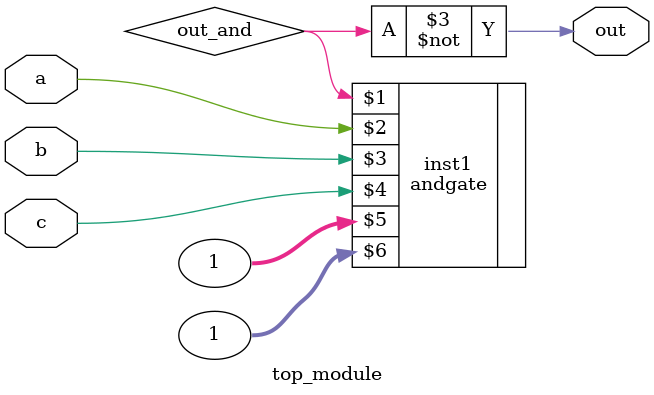
<source format=v>
module top_module (input a, input b, input c, output out);//

    wire out_and;

    andgate inst1 (out_and, a, b, c, 1, 1);

    not inst2 (out, out_and);

endmodule
</source>
